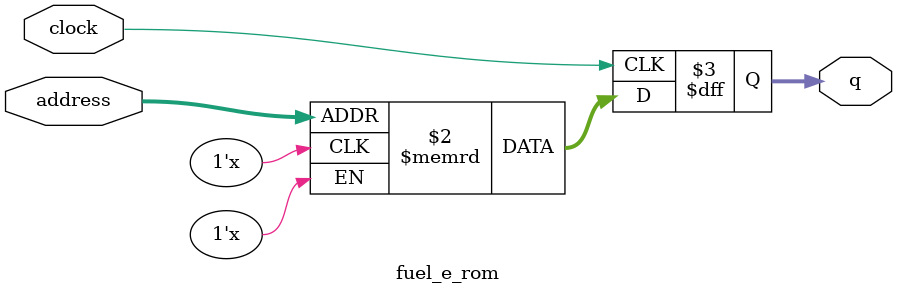
<source format=sv>
module fuel_e_rom (
	input logic clock,
	input logic [9:0] address,
	output logic [2:0] q
);

logic [2:0] memory [0:967] /* synthesis ram_init_file = "./fuel_e/fuel_e.mif" */;

always_ff @ (posedge clock) begin
	q <= memory[address];
end

endmodule

</source>
